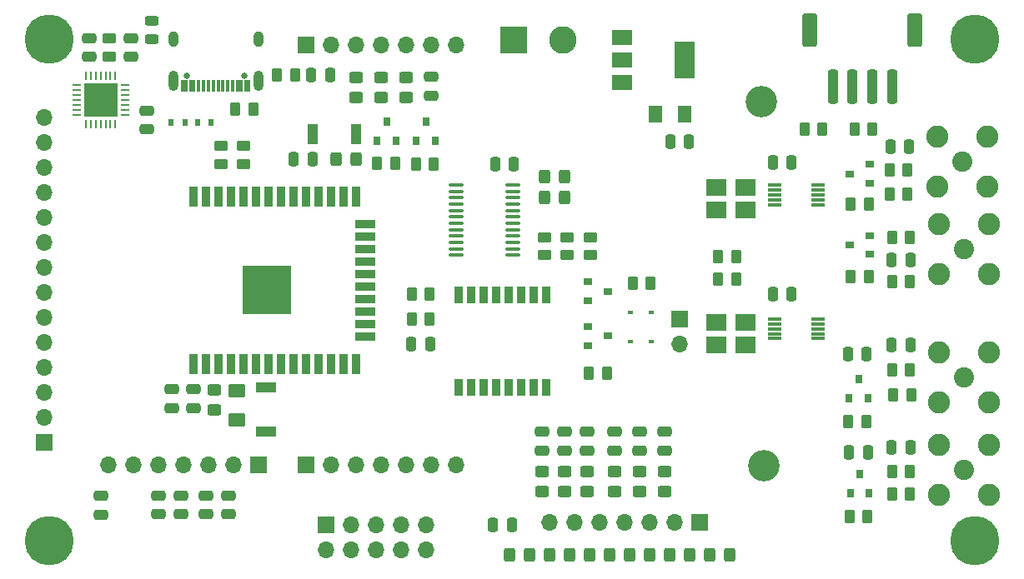
<source format=gts>
G04 #@! TF.GenerationSoftware,KiCad,Pcbnew,7.0.7*
G04 #@! TF.CreationDate,2023-09-10T11:25:55+02:00*
G04 #@! TF.ProjectId,ESP32Vfo,45535033-3256-4666-9f2e-6b696361645f,rev?*
G04 #@! TF.SameCoordinates,Original*
G04 #@! TF.FileFunction,Soldermask,Top*
G04 #@! TF.FilePolarity,Negative*
%FSLAX46Y46*%
G04 Gerber Fmt 4.6, Leading zero omitted, Abs format (unit mm)*
G04 Created by KiCad (PCBNEW 7.0.7) date 2023-09-10 11:25:55*
%MOMM*%
%LPD*%
G01*
G04 APERTURE LIST*
G04 Aperture macros list*
%AMRoundRect*
0 Rectangle with rounded corners*
0 $1 Rounding radius*
0 $2 $3 $4 $5 $6 $7 $8 $9 X,Y pos of 4 corners*
0 Add a 4 corners polygon primitive as box body*
4,1,4,$2,$3,$4,$5,$6,$7,$8,$9,$2,$3,0*
0 Add four circle primitives for the rounded corners*
1,1,$1+$1,$2,$3*
1,1,$1+$1,$4,$5*
1,1,$1+$1,$6,$7*
1,1,$1+$1,$8,$9*
0 Add four rect primitives between the rounded corners*
20,1,$1+$1,$2,$3,$4,$5,0*
20,1,$1+$1,$4,$5,$6,$7,0*
20,1,$1+$1,$6,$7,$8,$9,0*
20,1,$1+$1,$8,$9,$2,$3,0*%
G04 Aperture macros list end*
%ADD10C,0.800000*%
%ADD11C,5.000000*%
%ADD12RoundRect,0.250000X-0.625000X0.462500X-0.625000X-0.462500X0.625000X-0.462500X0.625000X0.462500X0*%
%ADD13RoundRect,0.250000X0.250000X0.475000X-0.250000X0.475000X-0.250000X-0.475000X0.250000X-0.475000X0*%
%ADD14RoundRect,0.250000X0.462500X0.625000X-0.462500X0.625000X-0.462500X-0.625000X0.462500X-0.625000X0*%
%ADD15RoundRect,0.250000X0.475000X-0.250000X0.475000X0.250000X-0.475000X0.250000X-0.475000X-0.250000X0*%
%ADD16RoundRect,0.250000X-0.475000X0.250000X-0.475000X-0.250000X0.475000X-0.250000X0.475000X0.250000X0*%
%ADD17R,1.700000X1.700000*%
%ADD18O,1.700000X1.700000*%
%ADD19R,2.800000X2.800000*%
%ADD20C,2.800000*%
%ADD21RoundRect,0.249999X0.450001X-0.325001X0.450001X0.325001X-0.450001X0.325001X-0.450001X-0.325001X0*%
%ADD22RoundRect,0.249999X0.325001X0.450001X-0.325001X0.450001X-0.325001X-0.450001X0.325001X-0.450001X0*%
%ADD23RoundRect,0.249999X-0.325001X-0.450001X0.325001X-0.450001X0.325001X0.450001X-0.325001X0.450001X0*%
%ADD24RoundRect,0.249999X-0.450001X0.325001X-0.450001X-0.325001X0.450001X-0.325001X0.450001X0.325001X0*%
%ADD25R,2.000000X1.500000*%
%ADD26R,2.000000X3.800000*%
%ADD27R,0.900000X2.000000*%
%ADD28R,2.000000X0.900000*%
%ADD29R,5.000000X5.000000*%
%ADD30R,0.900000X1.700000*%
%ADD31R,2.000000X1.050000*%
%ADD32RoundRect,0.250000X0.250000X1.500000X-0.250000X1.500000X-0.250000X-1.500000X0.250000X-1.500000X0*%
%ADD33RoundRect,0.250000X0.500000X1.450000X-0.500000X1.450000X-0.500000X-1.450000X0.500000X-1.450000X0*%
%ADD34RoundRect,0.250000X-0.250000X-0.475000X0.250000X-0.475000X0.250000X0.475000X-0.250000X0.475000X0*%
%ADD35RoundRect,0.243750X-0.456250X0.243750X-0.456250X-0.243750X0.456250X-0.243750X0.456250X0.243750X0*%
%ADD36C,0.650000*%
%ADD37R,0.300000X1.150000*%
%ADD38O,1.000000X2.100000*%
%ADD39O,1.000000X1.600000*%
%ADD40RoundRect,0.249998X0.262502X0.450002X-0.262502X0.450002X-0.262502X-0.450002X0.262502X-0.450002X0*%
%ADD41RoundRect,0.249998X0.450002X-0.262502X0.450002X0.262502X-0.450002X0.262502X-0.450002X-0.262502X0*%
%ADD42RoundRect,0.062500X0.337500X0.062500X-0.337500X0.062500X-0.337500X-0.062500X0.337500X-0.062500X0*%
%ADD43RoundRect,0.062500X0.062500X0.337500X-0.062500X0.337500X-0.062500X-0.337500X0.062500X-0.337500X0*%
%ADD44R,3.350000X3.350000*%
%ADD45C,2.050000*%
%ADD46C,2.250000*%
%ADD47R,0.800000X0.900000*%
%ADD48R,0.900000X0.800000*%
%ADD49RoundRect,0.249998X-0.262502X-0.450002X0.262502X-0.450002X0.262502X0.450002X-0.262502X0.450002X0*%
%ADD50RoundRect,0.249998X-0.450002X0.262502X-0.450002X-0.262502X0.450002X-0.262502X0.450002X0.262502X0*%
%ADD51RoundRect,0.100000X-0.637500X-0.100000X0.637500X-0.100000X0.637500X0.100000X-0.637500X0.100000X0*%
%ADD52R,1.400000X0.300000*%
%ADD53R,2.100000X1.800000*%
%ADD54R,1.050000X2.000000*%
%ADD55R,0.600000X0.450000*%
%ADD56C,3.200000*%
%ADD57R,0.600000X0.800000*%
%ADD58RoundRect,0.249999X0.450001X-0.262501X0.450001X0.262501X-0.450001X0.262501X-0.450001X-0.262501X0*%
G04 APERTURE END LIST*
D10*
X41500000Y-41875000D03*
X40174175Y-41325825D03*
D11*
X41500000Y-40000000D03*
D10*
X43375000Y-40000000D03*
X39625000Y-40000000D03*
X40174175Y-38674175D03*
X42825825Y-38674175D03*
X42825825Y-41325825D03*
X41500000Y-38125000D03*
X42825825Y-92325825D03*
X39625000Y-91000000D03*
X43375000Y-91000000D03*
D11*
X41500000Y-91000000D03*
D10*
X42825825Y-89674175D03*
X40174175Y-92325825D03*
X40174175Y-89674175D03*
X41500000Y-92875000D03*
X41500000Y-89125000D03*
X136825825Y-41325825D03*
X134174175Y-41325825D03*
X133625000Y-40000000D03*
X135500000Y-38125000D03*
X137375000Y-40000000D03*
X135500000Y-41875000D03*
X134174175Y-38674175D03*
D11*
X135500000Y-40000000D03*
D10*
X136825825Y-38674175D03*
X134174175Y-92325825D03*
X136825825Y-92325825D03*
D11*
X135500000Y-91000000D03*
D10*
X134174175Y-89674175D03*
X133625000Y-91000000D03*
X136825825Y-89674175D03*
X135500000Y-89125000D03*
X135500000Y-92875000D03*
X137375000Y-91000000D03*
D12*
X60579000Y-75728500D03*
X60579000Y-78703500D03*
D13*
X88707000Y-52705000D03*
X86807000Y-52705000D03*
X106487000Y-50419000D03*
X104587000Y-50419000D03*
D14*
X106008500Y-47625000D03*
X103033500Y-47625000D03*
D13*
X116901000Y-52578000D03*
X115001000Y-52578000D03*
D15*
X56134000Y-77531000D03*
X56134000Y-75631000D03*
D16*
X104013000Y-79949000D03*
X104013000Y-81849000D03*
X101473000Y-79949000D03*
X101473000Y-81849000D03*
X98933000Y-79949000D03*
X98933000Y-81849000D03*
X96139000Y-79949000D03*
X96139000Y-81849000D03*
X93853000Y-79949000D03*
X93853000Y-81849000D03*
X91567000Y-79949000D03*
X91567000Y-81849000D03*
X80264000Y-43858000D03*
X80264000Y-45758000D03*
D15*
X52578000Y-88326000D03*
X52578000Y-86426000D03*
X54864000Y-88326000D03*
X54864000Y-86426000D03*
X59690000Y-88326000D03*
X59690000Y-86426000D03*
X57404000Y-88326000D03*
X57404000Y-86426000D03*
X46736000Y-88376800D03*
X46736000Y-86476800D03*
D17*
X69596000Y-89408000D03*
D18*
X69596000Y-91948000D03*
X72136000Y-89408000D03*
X72136000Y-91948000D03*
X74676000Y-89408000D03*
X74676000Y-91948000D03*
X77216000Y-89408000D03*
X77216000Y-91948000D03*
X79756000Y-89408000D03*
X79756000Y-91948000D03*
D17*
X107569000Y-89154000D03*
D18*
X105029000Y-89154000D03*
X102489000Y-89154000D03*
X99949000Y-89154000D03*
X97409000Y-89154000D03*
X94869000Y-89154000D03*
X92329000Y-89154000D03*
D17*
X67564000Y-83312000D03*
D18*
X70104000Y-83312000D03*
X72644000Y-83312000D03*
X75184000Y-83312000D03*
X77724000Y-83312000D03*
X80264000Y-83312000D03*
X82804000Y-83312000D03*
D17*
X67564000Y-40640000D03*
D18*
X70104000Y-40640000D03*
X72644000Y-40640000D03*
X75184000Y-40640000D03*
X77724000Y-40640000D03*
X80264000Y-40640000D03*
X82804000Y-40640000D03*
D17*
X62738000Y-83312000D03*
D18*
X60198000Y-83312000D03*
X57658000Y-83312000D03*
X55118000Y-83312000D03*
X52578000Y-83312000D03*
X50038000Y-83312000D03*
X47498000Y-83312000D03*
D19*
X88646000Y-40132000D03*
D20*
X93646000Y-40132000D03*
D21*
X58293000Y-77733000D03*
X58293000Y-75683000D03*
D22*
X110626000Y-92456000D03*
X108576000Y-92456000D03*
D23*
X104512000Y-92456000D03*
X106562000Y-92456000D03*
X100448000Y-92456000D03*
X102498000Y-92456000D03*
X96384000Y-92456000D03*
X98434000Y-92456000D03*
X92320000Y-92456000D03*
X94370000Y-92456000D03*
X88265000Y-92456000D03*
X90315000Y-92456000D03*
D24*
X104013000Y-83938000D03*
X104013000Y-85988000D03*
X101473000Y-83938000D03*
X101473000Y-85988000D03*
X98933000Y-83938000D03*
X98933000Y-85988000D03*
X96139000Y-83938000D03*
X96139000Y-85988000D03*
X93853000Y-83938000D03*
X93853000Y-85988000D03*
X91567000Y-83938000D03*
X91567000Y-85988000D03*
D21*
X72644000Y-45983000D03*
X72644000Y-43933000D03*
X75184000Y-45983000D03*
X75184000Y-43933000D03*
X77724000Y-45983000D03*
X77724000Y-43933000D03*
D22*
X93862000Y-56134000D03*
X91812000Y-56134000D03*
X93862000Y-53975000D03*
X91812000Y-53975000D03*
D25*
X99720000Y-39864000D03*
X99720000Y-42164000D03*
D26*
X106020000Y-42164000D03*
D25*
X99720000Y-44464000D03*
D27*
X56134000Y-73016000D03*
X57404000Y-73016000D03*
X58674000Y-73016000D03*
X59944000Y-73016000D03*
X61214000Y-73016000D03*
X62484000Y-73016000D03*
X63754000Y-73016000D03*
X65024000Y-73016000D03*
X66294000Y-73016000D03*
X67564000Y-73016000D03*
X68834000Y-73016000D03*
X70104000Y-73016000D03*
X71374000Y-73016000D03*
X72644000Y-73016000D03*
D28*
X73644000Y-70231000D03*
X73644000Y-68961000D03*
X73644000Y-67691000D03*
X73644000Y-66421000D03*
X73644000Y-65151000D03*
X73644000Y-63881000D03*
X73644000Y-62611000D03*
X73644000Y-61341000D03*
X73644000Y-60071000D03*
X73644000Y-58801000D03*
D27*
X72644000Y-56016000D03*
X71374000Y-56016000D03*
X70104000Y-56016000D03*
X68834000Y-56016000D03*
X67564000Y-56016000D03*
X66294000Y-56016000D03*
X65024000Y-56016000D03*
X63754000Y-56016000D03*
X62484000Y-56016000D03*
X61214000Y-56016000D03*
X59944000Y-56016000D03*
X58674000Y-56016000D03*
X57404000Y-56016000D03*
X56134000Y-56016000D03*
D29*
X63634000Y-65516000D03*
D30*
X83053000Y-75439000D03*
X84333000Y-75439000D03*
X85593000Y-75439000D03*
X86863000Y-75439000D03*
X88143000Y-75439000D03*
X89413000Y-75439000D03*
X90673000Y-75439000D03*
X91953000Y-75439000D03*
X91953000Y-66039000D03*
X90673000Y-66039000D03*
X89413000Y-66039000D03*
X88143000Y-66039000D03*
X86863000Y-66039000D03*
X85593000Y-66039000D03*
X84333000Y-66039000D03*
X83053000Y-66039000D03*
D23*
X70603000Y-52197000D03*
X72653000Y-52197000D03*
D31*
X63500000Y-79888000D03*
X63500000Y-75438000D03*
D32*
X127079000Y-44887000D03*
X125079000Y-44887000D03*
X123079000Y-44887000D03*
X121079000Y-44887000D03*
D33*
X118729000Y-39137000D03*
X129429000Y-39137000D03*
D34*
X68138000Y-43688000D03*
X70038000Y-43688000D03*
D35*
X51943000Y-38178500D03*
X51943000Y-40053500D03*
D36*
X55530000Y-43753000D03*
X61310000Y-43753000D03*
D37*
X61770000Y-44818000D03*
X60970000Y-44818000D03*
X59670000Y-44818000D03*
X58670000Y-44818000D03*
X58170000Y-44818000D03*
X57170000Y-44818000D03*
X55870000Y-44818000D03*
X55070000Y-44818000D03*
X55370000Y-44818000D03*
X56170000Y-44818000D03*
X56670000Y-44818000D03*
X57670000Y-44818000D03*
X59170000Y-44818000D03*
X60170000Y-44818000D03*
X60670000Y-44818000D03*
X61470000Y-44818000D03*
D38*
X62740000Y-44253000D03*
D39*
X54100000Y-40073000D03*
D38*
X54100000Y-44253000D03*
D39*
X62740000Y-40073000D03*
D40*
X62253500Y-47117000D03*
X60428500Y-47117000D03*
X66495300Y-43688000D03*
X64670300Y-43688000D03*
D41*
X58928000Y-52728500D03*
X58928000Y-50903500D03*
X61214000Y-52728500D03*
X61214000Y-50903500D03*
D42*
X49186000Y-47728000D03*
X49186000Y-47228000D03*
X49186000Y-46728000D03*
X49186000Y-46228000D03*
X49186000Y-45728000D03*
X49186000Y-45228000D03*
X49186000Y-44728000D03*
D43*
X48236000Y-43778000D03*
X47736000Y-43778000D03*
X47236000Y-43778000D03*
X46736000Y-43778000D03*
X46236000Y-43778000D03*
X45736000Y-43778000D03*
X45236000Y-43778000D03*
D42*
X44286000Y-44728000D03*
X44286000Y-45228000D03*
X44286000Y-45728000D03*
X44286000Y-46228000D03*
X44286000Y-46728000D03*
X44286000Y-47228000D03*
X44286000Y-47728000D03*
D43*
X45236000Y-48678000D03*
X45736000Y-48678000D03*
X46236000Y-48678000D03*
X46736000Y-48678000D03*
X47236000Y-48678000D03*
X47736000Y-48678000D03*
X48236000Y-48678000D03*
D44*
X46736000Y-46228000D03*
D13*
X88478400Y-89408000D03*
X86578400Y-89408000D03*
D16*
X45593000Y-39944000D03*
X45593000Y-41844000D03*
X49784000Y-39944000D03*
X49784000Y-41844000D03*
X51435000Y-47310000D03*
X51435000Y-49210000D03*
D13*
X116901000Y-65913000D03*
X115001000Y-65913000D03*
X80198000Y-70993000D03*
X78298000Y-70993000D03*
D34*
X122748000Y-82042000D03*
X124648000Y-82042000D03*
X122621000Y-72009000D03*
X124521000Y-72009000D03*
X127066000Y-81534000D03*
X128966000Y-81534000D03*
X126939000Y-50927000D03*
X128839000Y-50927000D03*
X127066000Y-71120000D03*
X128966000Y-71120000D03*
X127066000Y-62484000D03*
X128966000Y-62484000D03*
D17*
X41021000Y-81026000D03*
D18*
X41021000Y-78486000D03*
X41021000Y-75946000D03*
X41021000Y-73406000D03*
X41021000Y-70866000D03*
X41021000Y-68326000D03*
X41021000Y-65786000D03*
X41021000Y-63246000D03*
X41021000Y-60706000D03*
X41021000Y-58166000D03*
X41021000Y-55626000D03*
X41021000Y-53086000D03*
X41021000Y-50546000D03*
X41021000Y-48006000D03*
D45*
X134366000Y-83820000D03*
D46*
X136906000Y-86360000D03*
X131826000Y-81280000D03*
X131826000Y-86360000D03*
X136906000Y-81280000D03*
D45*
X134239000Y-52451000D03*
D46*
X131699000Y-49911000D03*
X131699000Y-54991000D03*
X136779000Y-49911000D03*
X136779000Y-54991000D03*
D45*
X134366000Y-74422000D03*
D46*
X136906000Y-76962000D03*
X131826000Y-71882000D03*
X136906000Y-71882000D03*
X131826000Y-76962000D03*
D45*
X134366000Y-61341000D03*
D46*
X131826000Y-63881000D03*
X136906000Y-58801000D03*
X131826000Y-58801000D03*
X136906000Y-63881000D03*
D47*
X122875000Y-86217000D03*
X124775000Y-86217000D03*
X123825000Y-84217000D03*
D48*
X124825000Y-54671000D03*
X124825000Y-52771000D03*
X122825000Y-53721000D03*
D47*
X122748000Y-76565000D03*
X124648000Y-76565000D03*
X123698000Y-74565000D03*
D48*
X124825000Y-61910000D03*
X124825000Y-60010000D03*
X122825000Y-60960000D03*
D40*
X111275500Y-62103000D03*
X109450500Y-62103000D03*
X111275500Y-64389000D03*
X109450500Y-64389000D03*
D49*
X78335500Y-65913000D03*
X80160500Y-65913000D03*
D50*
X47625000Y-39981500D03*
X47625000Y-41806500D03*
D49*
X78335500Y-68453000D03*
X80160500Y-68453000D03*
X118213500Y-49149000D03*
X120038500Y-49149000D03*
X123293500Y-49149000D03*
X125118500Y-49149000D03*
X127103500Y-86233000D03*
X128928500Y-86233000D03*
X126849500Y-53340000D03*
X128674500Y-53340000D03*
X127103500Y-83947000D03*
X128928500Y-83947000D03*
D40*
X128674500Y-55753000D03*
X126849500Y-55753000D03*
X124610500Y-88519000D03*
X122785500Y-88519000D03*
X124737500Y-56769000D03*
X122912500Y-56769000D03*
X124483500Y-78867000D03*
X122658500Y-78867000D03*
X124737500Y-64135000D03*
X122912500Y-64135000D03*
X129055500Y-76200000D03*
X127230500Y-76200000D03*
X128928500Y-60198000D03*
X127103500Y-60198000D03*
D49*
X127103500Y-73660000D03*
X128928500Y-73660000D03*
X127103500Y-64643000D03*
X128928500Y-64643000D03*
D51*
X82862500Y-54845000D03*
X82862500Y-55495000D03*
X82862500Y-56145000D03*
X82862500Y-56795000D03*
X82862500Y-57445000D03*
X82862500Y-58095000D03*
X82862500Y-58745000D03*
X82862500Y-59395000D03*
X82862500Y-60045000D03*
X82862500Y-60695000D03*
X82862500Y-61345000D03*
X82862500Y-61995000D03*
X88587500Y-61995000D03*
X88587500Y-61345000D03*
X88587500Y-60695000D03*
X88587500Y-60045000D03*
X88587500Y-59395000D03*
X88587500Y-58745000D03*
X88587500Y-58095000D03*
X88587500Y-57445000D03*
X88587500Y-56795000D03*
X88587500Y-56145000D03*
X88587500Y-55495000D03*
X88587500Y-54845000D03*
D52*
X115148000Y-68469000D03*
X115148000Y-68969000D03*
X115148000Y-69469000D03*
X115148000Y-69969000D03*
X115148000Y-70469000D03*
X119548000Y-70469000D03*
X119548000Y-69969000D03*
X119548000Y-69469000D03*
X119548000Y-68969000D03*
X119548000Y-68469000D03*
X115148000Y-54880000D03*
X115148000Y-55380000D03*
X115148000Y-55880000D03*
X115148000Y-56380000D03*
X115148000Y-56880000D03*
X119548000Y-56880000D03*
X119548000Y-56380000D03*
X119548000Y-55880000D03*
X119548000Y-55380000D03*
X119548000Y-54880000D03*
D53*
X112194000Y-68827000D03*
X109294000Y-68827000D03*
X109294000Y-71127000D03*
X112194000Y-71127000D03*
X112194000Y-55111000D03*
X109294000Y-55111000D03*
X109294000Y-57411000D03*
X112194000Y-57411000D03*
D34*
X66360000Y-52197000D03*
X68260000Y-52197000D03*
D54*
X72710000Y-49657000D03*
X68260000Y-49657000D03*
D55*
X100550000Y-67818000D03*
X102650000Y-67818000D03*
X100550000Y-70768000D03*
X102650000Y-70768000D03*
D17*
X105537000Y-68453000D03*
D18*
X105537000Y-70993000D03*
D48*
X96250000Y-64718000D03*
X96250000Y-66618000D03*
X98250000Y-65668000D03*
X96250000Y-69268000D03*
X96250000Y-71168000D03*
X98250000Y-70218000D03*
D49*
X100767500Y-64868000D03*
X102592500Y-64868000D03*
X96317500Y-73968000D03*
X98142500Y-73968000D03*
D56*
X114092000Y-83355000D03*
X113792000Y-46355000D03*
D47*
X78806000Y-50390300D03*
X80706000Y-50390300D03*
X79756000Y-48390300D03*
X74830900Y-50403000D03*
X76730900Y-50403000D03*
X75780900Y-48403000D03*
D40*
X80579600Y-52755800D03*
X78754600Y-52755800D03*
D49*
X74792200Y-52692300D03*
X76617200Y-52692300D03*
D16*
X53987700Y-75631000D03*
X53987700Y-77531000D03*
D41*
X96470000Y-61972500D03*
X96470000Y-60147500D03*
X94070000Y-62002500D03*
X94070000Y-60177500D03*
D57*
X53910000Y-48514000D03*
X55310000Y-48514000D03*
X57977000Y-48514000D03*
X56577000Y-48514000D03*
D58*
X91821000Y-61999500D03*
X91821000Y-60174500D03*
M02*

</source>
